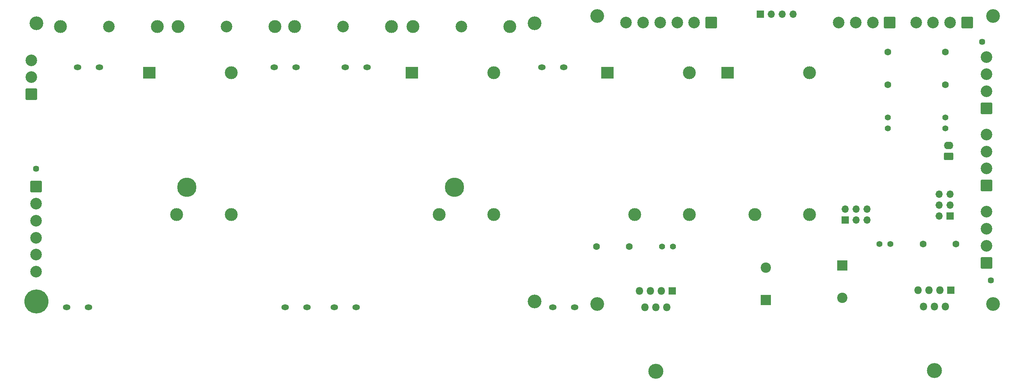
<source format=gbr>
%TF.GenerationSoftware,KiCad,Pcbnew,(6.0.0-0)*%
%TF.CreationDate,2022-01-15T16:46:19+01:00*%
%TF.ProjectId,Power-Supply-2,506f7765-722d-4537-9570-706c792d322e,1*%
%TF.SameCoordinates,Original*%
%TF.FileFunction,Soldermask,Bot*%
%TF.FilePolarity,Negative*%
%FSLAX46Y46*%
G04 Gerber Fmt 4.6, Leading zero omitted, Abs format (unit mm)*
G04 Created by KiCad (PCBNEW (6.0.0-0)) date 2022-01-15 16:46:19*
%MOMM*%
%LPD*%
G01*
G04 APERTURE LIST*
G04 Aperture macros list*
%AMRoundRect*
0 Rectangle with rounded corners*
0 $1 Rounding radius*
0 $2 $3 $4 $5 $6 $7 $8 $9 X,Y pos of 4 corners*
0 Add a 4 corners polygon primitive as box body*
4,1,4,$2,$3,$4,$5,$6,$7,$8,$9,$2,$3,0*
0 Add four circle primitives for the rounded corners*
1,1,$1+$1,$2,$3*
1,1,$1+$1,$4,$5*
1,1,$1+$1,$6,$7*
1,1,$1+$1,$8,$9*
0 Add four rect primitives between the rounded corners*
20,1,$1+$1,$2,$3,$4,$5,0*
20,1,$1+$1,$4,$5,$6,$7,0*
20,1,$1+$1,$6,$7,$8,$9,0*
20,1,$1+$1,$8,$9,$2,$3,0*%
G04 Aperture macros list end*
%ADD10O,3.500000X3.500000*%
%ADD11R,1.800000X1.800000*%
%ADD12O,1.800000X1.800000*%
%ADD13C,3.200000*%
%ADD14RoundRect,0.250001X1.099999X1.099999X-1.099999X1.099999X-1.099999X-1.099999X1.099999X-1.099999X0*%
%ADD15C,2.700000*%
%ADD16RoundRect,0.250001X1.099999X-1.099999X1.099999X1.099999X-1.099999X1.099999X-1.099999X-1.099999X0*%
%ADD17C,1.448000*%
%ADD18RoundRect,0.250001X-1.099999X1.099999X-1.099999X-1.099999X1.099999X-1.099999X1.099999X1.099999X0*%
%ADD19C,1.600000*%
%ADD20C,1.400000*%
%ADD21R,3.000000X2.800000*%
%ADD22C,3.000000*%
%ADD23R,2.400000X2.400000*%
%ADD24C,2.400000*%
%ADD25R,1.700000X1.700000*%
%ADD26O,1.700000X1.700000*%
%ADD27C,4.500000*%
%ADD28O,1.800000X1.300000*%
%ADD29C,5.600000*%
%ADD30RoundRect,0.250000X0.845000X-0.620000X0.845000X0.620000X-0.845000X0.620000X-0.845000X-0.620000X0*%
%ADD31O,2.190000X1.740000*%
G04 APERTURE END LIST*
D10*
%TO.C,U1*%
X232385000Y-149040000D03*
D11*
X236195000Y-130340000D03*
D12*
X234925000Y-134140000D03*
X233655000Y-130340000D03*
X232385000Y-134140000D03*
X231115000Y-130340000D03*
X229845000Y-134140000D03*
X228575000Y-130340000D03*
%TD*%
D10*
%TO.C,U3*%
X167615000Y-149180000D03*
D11*
X171425000Y-130480000D03*
D12*
X170155000Y-134280000D03*
X168885000Y-130480000D03*
X167615000Y-134280000D03*
X166345000Y-130480000D03*
X165075000Y-134280000D03*
X163805000Y-130480000D03*
%TD*%
D13*
%TO.C,H3*%
X154000000Y-66500000D03*
%TD*%
%TO.C,H4*%
X246000000Y-66500000D03*
%TD*%
%TO.C,H5*%
X246000000Y-133500000D03*
%TD*%
D14*
%TO.C,J9*%
X222000000Y-68000000D03*
D15*
X218040000Y-68000000D03*
X214080000Y-68000000D03*
X210120000Y-68000000D03*
%TD*%
D14*
%TO.C,J8*%
X240000000Y-68000000D03*
D15*
X236040000Y-68000000D03*
X232080000Y-68000000D03*
X228120000Y-68000000D03*
%TD*%
D16*
%TO.C,J7*%
X244450000Y-87940000D03*
D15*
X244450000Y-83980000D03*
X244450000Y-80020000D03*
X244450000Y-76060000D03*
%TD*%
D13*
%TO.C,H6*%
X154000000Y-133500000D03*
%TD*%
D16*
%TO.C,J10*%
X244500000Y-123940000D03*
D15*
X244500000Y-119980000D03*
X244500000Y-116020000D03*
X244500000Y-112060000D03*
%TD*%
D17*
%TO.C,H9*%
X243500000Y-72500000D03*
%TD*%
%TO.C,H10*%
X23500000Y-102000000D03*
%TD*%
%TO.C,H11*%
X245500000Y-128000000D03*
%TD*%
D14*
%TO.C,J12*%
X180500000Y-68000000D03*
D15*
X176540000Y-68000000D03*
X172580000Y-68000000D03*
X168620000Y-68000000D03*
X164660000Y-68000000D03*
X160700000Y-68000000D03*
%TD*%
D18*
%TO.C,J11*%
X23500000Y-106197500D03*
D15*
X23500000Y-110157500D03*
X23500000Y-114117500D03*
X23500000Y-118077500D03*
X23500000Y-122037500D03*
X23500000Y-125997500D03*
%TD*%
D16*
%TO.C,J6*%
X244450000Y-105940000D03*
D15*
X244450000Y-101980000D03*
X244450000Y-98020000D03*
X244450000Y-94060000D03*
%TD*%
D19*
%TO.C,K3*%
X234907914Y-74815000D03*
X234907914Y-82435000D03*
D20*
X234907914Y-92595000D03*
X234907914Y-90055000D03*
%TD*%
D21*
%TO.C,PS4*%
X184290000Y-79680000D03*
D22*
X203340000Y-79680000D03*
X203340000Y-112700000D03*
X190640000Y-112700000D03*
%TD*%
D13*
%TO.C,H1*%
X23600000Y-68200000D03*
%TD*%
D15*
%TO.C,F3*%
X94892500Y-68885000D03*
D22*
X83642500Y-68885000D03*
X106142500Y-68885000D03*
%TD*%
D23*
%TO.C,C9*%
X210960000Y-124587755D03*
D24*
X210960000Y-132087755D03*
%TD*%
D21*
%TO.C,PS3*%
X156350000Y-79680000D03*
D22*
X175400000Y-79680000D03*
X175400000Y-112700000D03*
X162700000Y-112700000D03*
%TD*%
D25*
%TO.C,J4*%
X191910000Y-66027500D03*
D26*
X194450000Y-66027500D03*
X196990000Y-66027500D03*
X199530000Y-66027500D03*
%TD*%
D19*
%TO.C,K1*%
X237415000Y-119547914D03*
X229795000Y-119547914D03*
D20*
X219635000Y-119547914D03*
X222175000Y-119547914D03*
%TD*%
D19*
%TO.C,K4*%
X221572914Y-74815000D03*
X221572914Y-82435000D03*
D20*
X221572914Y-92595000D03*
X221572914Y-90055000D03*
%TD*%
D27*
%TO.C,T2*%
X120790000Y-106350000D03*
D28*
X146190000Y-78410000D03*
X141110000Y-78410000D03*
X100470000Y-78410000D03*
X95390000Y-78410000D03*
X148730000Y-134290000D03*
X143650000Y-134290000D03*
X97930000Y-134290000D03*
X92850000Y-134290000D03*
%TD*%
D25*
%TO.C,J3*%
X211610000Y-113975000D03*
D26*
X211610000Y-111435000D03*
X214150000Y-113975000D03*
X214150000Y-111435000D03*
X216690000Y-113975000D03*
X216690000Y-111435000D03*
%TD*%
D16*
%TO.C,J5*%
X22450000Y-84687500D03*
D15*
X22450000Y-80727500D03*
X22450000Y-76767500D03*
%TD*%
%TO.C,F4*%
X122377500Y-68885000D03*
D22*
X111127500Y-68885000D03*
X133627500Y-68885000D03*
%TD*%
D25*
%TO.C,J1*%
X236042500Y-113017500D03*
D26*
X233502500Y-113017500D03*
X236042500Y-110477500D03*
X233502500Y-110477500D03*
X236042500Y-107937500D03*
X233502500Y-107937500D03*
%TD*%
D27*
%TO.C,T1*%
X58560000Y-106350000D03*
D28*
X83960000Y-78410000D03*
X78880000Y-78410000D03*
X38240000Y-78410000D03*
X33160000Y-78410000D03*
X86500000Y-134290000D03*
X81420000Y-134290000D03*
X35700000Y-134290000D03*
X30620000Y-134290000D03*
%TD*%
D15*
%TO.C,F2*%
X67767500Y-68885000D03*
D22*
X56517500Y-68885000D03*
X79017500Y-68885000D03*
%TD*%
D13*
%TO.C,H2*%
X139400000Y-68200000D03*
%TD*%
D19*
%TO.C,K2*%
X153810000Y-120184586D03*
X161430000Y-120184586D03*
D20*
X171590000Y-120184586D03*
X169050000Y-120184586D03*
%TD*%
D21*
%TO.C,PS2*%
X110860000Y-79680000D03*
D22*
X129910000Y-79680000D03*
X129910000Y-112700000D03*
X117210000Y-112700000D03*
%TD*%
D29*
%TO.C,H8*%
X23600000Y-132950000D03*
%TD*%
D13*
%TO.C,H7*%
X139400000Y-132950000D03*
%TD*%
D30*
%TO.C,J2*%
X235647500Y-99125000D03*
D31*
X235647500Y-96585000D03*
%TD*%
D23*
%TO.C,C10*%
X193180000Y-132562246D03*
D24*
X193180000Y-125062246D03*
%TD*%
D21*
%TO.C,PS1*%
X49860000Y-79680000D03*
D22*
X68910000Y-79680000D03*
X68910000Y-112700000D03*
X56210000Y-112700000D03*
%TD*%
D15*
%TO.C,F1*%
X40462500Y-68885000D03*
D22*
X29212500Y-68885000D03*
X51712500Y-68885000D03*
%TD*%
M02*

</source>
